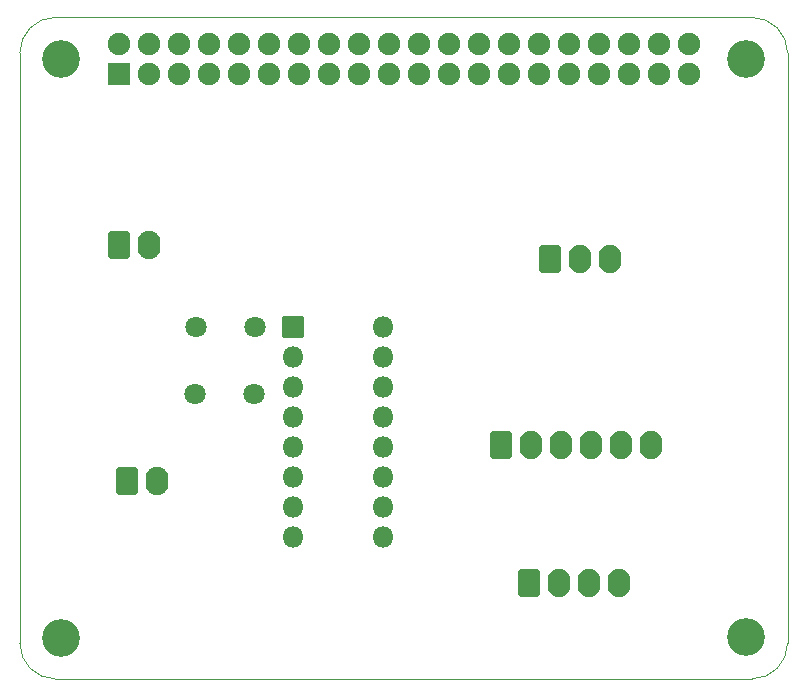
<source format=gbr>
G04 #@! TF.GenerationSoftware,KiCad,Pcbnew,(6.0.7-1)-1*
G04 #@! TF.CreationDate,2022-09-20T05:51:34+10:00*
G04 #@! TF.ProjectId,Pi GPS Serial,50692047-5053-4205-9365-7269616c2e6b,rev?*
G04 #@! TF.SameCoordinates,Original*
G04 #@! TF.FileFunction,Soldermask,Top*
G04 #@! TF.FilePolarity,Negative*
%FSLAX46Y46*%
G04 Gerber Fmt 4.6, Leading zero omitted, Abs format (unit mm)*
G04 Created by KiCad (PCBNEW (6.0.7-1)-1) date 2022-09-20 05:51:34*
%MOMM*%
%LPD*%
G01*
G04 APERTURE LIST*
G04 Aperture macros list*
%AMRoundRect*
0 Rectangle with rounded corners*
0 $1 Rounding radius*
0 $2 $3 $4 $5 $6 $7 $8 $9 X,Y pos of 4 corners*
0 Add a 4 corners polygon primitive as box body*
4,1,4,$2,$3,$4,$5,$6,$7,$8,$9,$2,$3,0*
0 Add four circle primitives for the rounded corners*
1,1,$1+$1,$2,$3*
1,1,$1+$1,$4,$5*
1,1,$1+$1,$6,$7*
1,1,$1+$1,$8,$9*
0 Add four rect primitives between the rounded corners*
20,1,$1+$1,$2,$3,$4,$5,0*
20,1,$1+$1,$4,$5,$6,$7,0*
20,1,$1+$1,$6,$7,$8,$9,0*
20,1,$1+$1,$8,$9,$2,$3,0*%
G04 Aperture macros list end*
G04 #@! TA.AperFunction,Profile*
%ADD10C,0.100000*%
G04 #@! TD*
%ADD11C,3.200000*%
%ADD12C,1.800000*%
%ADD13RoundRect,0.100000X-0.800000X-0.800000X0.800000X-0.800000X0.800000X0.800000X-0.800000X0.800000X0*%
%ADD14O,1.800000X1.800000*%
%ADD15RoundRect,0.350000X-0.620000X-0.850000X0.620000X-0.850000X0.620000X0.850000X-0.620000X0.850000X0*%
%ADD16O,1.940000X2.400000*%
%ADD17RoundRect,0.350000X-0.620000X-0.845000X0.620000X-0.845000X0.620000X0.845000X-0.620000X0.845000X0*%
%ADD18O,1.940000X2.390000*%
%ADD19RoundRect,0.100000X-0.850000X0.850000X-0.850000X-0.850000X0.850000X-0.850000X0.850000X0.850000X0*%
%ADD20O,1.900000X1.900000*%
G04 APERTURE END LIST*
D10*
X140546356Y-116817556D02*
G75*
G03*
X143546351Y-113822847I44J2999956D01*
G01*
X78546389Y-113817611D02*
G75*
G03*
X81546356Y-116817611I3000011J11D01*
G01*
X143546351Y-113822847D02*
X143546356Y-63817611D01*
X81546356Y-116817611D02*
X140546356Y-116817611D01*
X78546356Y-63817611D02*
X78546356Y-113817611D01*
X140546356Y-60817611D02*
X81546356Y-60817611D01*
X143546389Y-63817611D02*
G75*
G03*
X140546356Y-60817611I-2999989J11D01*
G01*
X81546356Y-60817556D02*
G75*
G03*
X78546356Y-63817611I44J-3000044D01*
G01*
D11*
X82040000Y-64310000D03*
X140040000Y-64330000D03*
X82040000Y-113320000D03*
X140030000Y-113310000D03*
D12*
X93472000Y-87020400D03*
X98472000Y-87020400D03*
D13*
X101671000Y-87014800D03*
D14*
X101671000Y-89554800D03*
X101671000Y-92094800D03*
X101671000Y-94634800D03*
X101671000Y-97174800D03*
X101671000Y-99714800D03*
X101671000Y-102254800D03*
X101671000Y-104794800D03*
X109291000Y-104794800D03*
X109291000Y-102254800D03*
X109291000Y-99714800D03*
X109291000Y-97174800D03*
X109291000Y-94634800D03*
X109291000Y-92094800D03*
X109291000Y-89554800D03*
X109291000Y-87014800D03*
D15*
X87579200Y-100076000D03*
D16*
X90119200Y-100076000D03*
D15*
X86969600Y-80060800D03*
D16*
X89509600Y-80060800D03*
D12*
X93370400Y-92710000D03*
X98370400Y-92710000D03*
D17*
X121666000Y-108732000D03*
D18*
X124206000Y-108732000D03*
X126746000Y-108732000D03*
X129286000Y-108732000D03*
D17*
X123444000Y-81300000D03*
D18*
X125984000Y-81300000D03*
X128524000Y-81300000D03*
D17*
X119253000Y-97048000D03*
D18*
X121793000Y-97048000D03*
X124333000Y-97048000D03*
X126873000Y-97048000D03*
X129413000Y-97048000D03*
X131953000Y-97048000D03*
D19*
X86920000Y-65590000D03*
D20*
X86920000Y-63050000D03*
X89460000Y-65590000D03*
X89460000Y-63050000D03*
X92000000Y-65590000D03*
X92000000Y-63050000D03*
X94540000Y-65590000D03*
X94540000Y-63050000D03*
X97080000Y-65590000D03*
X97080000Y-63050000D03*
X99620000Y-65590000D03*
X99620000Y-63050000D03*
X102160000Y-65590000D03*
X102160000Y-63050000D03*
X104700000Y-65590000D03*
X104700000Y-63050000D03*
X107240000Y-65590000D03*
X107240000Y-63050000D03*
X109780000Y-65590000D03*
X109780000Y-63050000D03*
X112320000Y-65590000D03*
X112320000Y-63050000D03*
X114860000Y-65590000D03*
X114860000Y-63050000D03*
X117400000Y-65590000D03*
X117400000Y-63050000D03*
X119940000Y-65590000D03*
X119940000Y-63050000D03*
X122480000Y-65590000D03*
X122480000Y-63050000D03*
X125020000Y-65590000D03*
X125020000Y-63050000D03*
X127560000Y-65590000D03*
X127560000Y-63050000D03*
X130100000Y-65590000D03*
X130100000Y-63050000D03*
X132640000Y-65590000D03*
X132640000Y-63050000D03*
X135180000Y-65590000D03*
X135180000Y-63050000D03*
M02*

</source>
